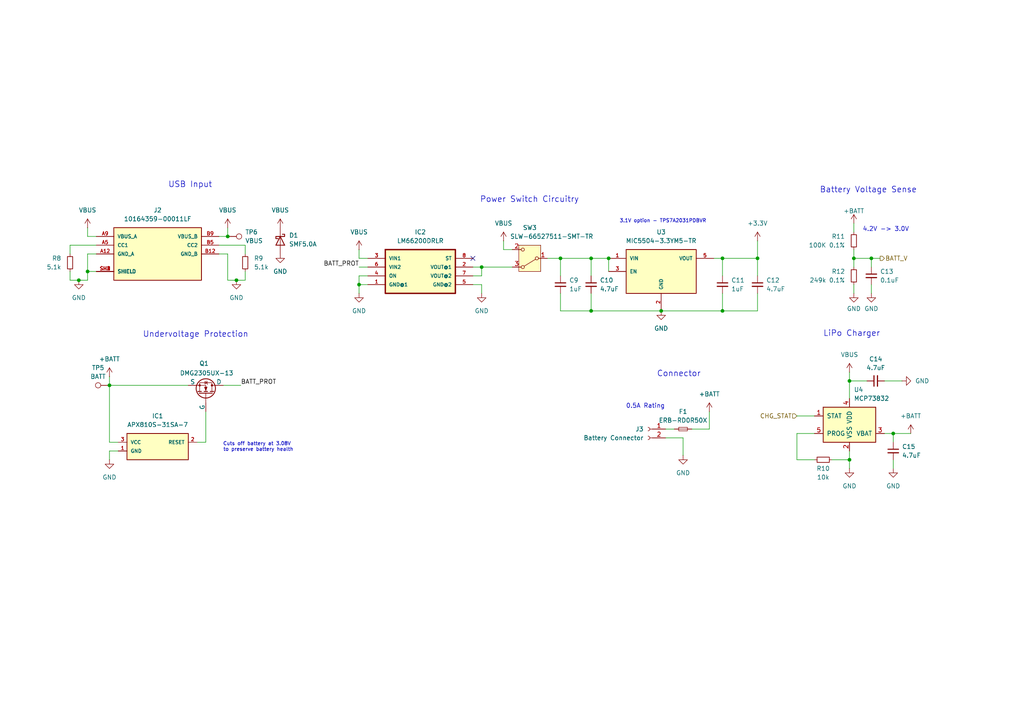
<source format=kicad_sch>
(kicad_sch (version 20231120) (generator "eeschema") (generator_version "8.0")
  (paper "A4")
  (lib_symbols
    (symbol "10164359-00011LF:10164359-00011LF" (pin_names (offset 1.016))
      (property "Reference" "J" (at -12.7 8.382 0))
      (property "Value" "10164359-00011LF" (at -12.7 -10.16 0))
      (symbol "10164359-00011LF_0_0"
        (rectangle (start -12.7 -7.62) (end 12.7 7.62) (stroke (width 0.254)) (fill (type background)))
        (pin power_in line (at -17.78 0 0) (length 5.08) (name "GND_A") (number "A12"))
        (pin bidirectional line (at -17.78 2.54 0) (length 5.08) (name "CC1") (number "A5"))
        (pin power_in line (at -17.78 5.08 0) (length 5.08) (name "VBUS_A") (number "A9"))
        (pin power_in line (at 17.78 0 180) (length 5.08) (name "GND_B") (number "B12"))
        (pin bidirectional line (at 17.78 2.54 180) (length 5.08) (name "CC2") (number "B5"))
        (pin power_in line (at 17.78 5.08 180) (length 5.08) (name "VBUS_B") (number "B9"))
        (pin passive line (at -17.78 -5.08 0) (length 5.08) (name "SHIELD") (number "SH1"))
        (pin passive line (at -17.78 -5.08 0) (length 5.08) (name "SHIELD") (number "SH2"))
        (pin passive line (at -17.78 -5.08 0) (length 5.08) (name "SHIELD") (number "SH3"))
        (pin passive line (at -17.78 -5.08 0) (length 5.08) (name "SHIELD") (number "SH4"))
      )
    )
    (symbol "APX803S-31SA-7:APX803S-31SA-7" (pin_names (offset 1.016))
      (property "Reference" "IC1" (at 8.89 5.08 0))
      (symbol "APX803S-31SA-7_0_0"
        (rectangle (start 0 -7.62) (end 17.78 0) (stroke (width 0.254)) (fill (type background)))
        (pin bidirectional line (at -2.54 -5.08 0) (length 2.54) (name "GND") (number "1"))
        (pin bidirectional line (at -2.54 -2.54 0) (length 2.54) (name "VCC") (number "3"))
      )
      (symbol "APX803S-31SA-7_1_0"
        (pin bidirectional line (at 20.32 -2.54 180) (length 2.54) (name "RESET") (number "2"))
      )
    )
    (symbol "Battery_Management:MCP73831-2-OT" (pin_names (offset 1.016))
      (property "Reference" "U?" (at 2.0194 12.7 0))
      (property "Value" "MCP73831-2-OT" (at 2.0194 7.62 0))
      (symbol "MCP73831-2-OT_0_1"
        (rectangle (start -7.62 5.08) (end 7.62 -5.08) (stroke (width 0.254)) (fill (type background)))
      )
      (symbol "MCP73831-2-OT_1_1"
        (pin output line (at -10.16 2.54 0) (length 2.54) (name "STAT") (number "1"))
        (pin power_in line (at 0 -7.62 90) (length 2.54) (name "VSS") (number "2"))
        (pin power_out line (at 10.16 -2.54 180) (length 2.54) (name "VBAT") (number "3"))
        (pin power_in line (at 0 7.62 270) (length 2.54) (name "VDD") (number "4"))
        (pin input line (at -10.16 -2.54 0) (length 2.54) (name "PROG") (number "5"))
      )
    )
    (symbol "Connector:Conn_01x02_Socket" (pin_names (offset 1.016) hide)
      (property "Reference" "J" (at 0 2.54 0))
      (property "Value" "Conn_01x02_Socket" (at 0 -5.08 0))
      (symbol "Conn_01x02_Socket_1_1"
        (arc (start 0 -2.032) (mid -0.5058 -2.54) (end 0 -3.048) (stroke (width 0.1524)))
        (polyline (pts (xy -1.27 -2.54) (xy -0.508 -2.54)) (stroke (width 0.1524)))
        (polyline (pts (xy -1.27 0) (xy -0.508 0)) (stroke (width 0.1524)))
        (arc (start 0 0.508) (mid -0.5058 0) (end 0 -0.508) (stroke (width 0.1524)))
        (pin passive line (at -5.08 0 0) (length 3.81) (name "Pin_1") (number "1"))
        (pin passive line (at -5.08 -2.54 0) (length 3.81) (name "Pin_2") (number "2"))
      )
    )
    (symbol "Connector:TestPoint" (pin_numbers hide) (pin_names (offset 0.762) hide)
      (property "Reference" "TP" (at 0 6.858 0))
      (property "Value" "TestPoint" (at 0 5.08 0))
      (symbol "TestPoint_0_1"
        (circle (center 0 3.302) (radius 0.762))
      )
      (symbol "TestPoint_1_1"
        (pin passive line (at 0 0 90) (length 2.54) (name "1") (number "1"))
      )
    )
    (symbol "Device:C_Small" (pin_numbers hide) (pin_names (offset 0.254) hide)
      (property "Reference" "C" (at 0.254 1.778 0))
      (property "Value" "C_Small" (at 0.254 -2.032 0))
      (symbol "C_Small_0_1"
        (polyline (pts (xy -1.524 -0.508) (xy 1.524 -0.508)) (stroke (width 0.3302)))
        (polyline (pts (xy -1.524 0.508) (xy 1.524 0.508)) (stroke (width 0.3048)))
      )
      (symbol "C_Small_1_1"
        (pin passive line (at 0 2.54 270) (length 2.032) (name "~") (number "1"))
        (pin passive line (at 0 -2.54 90) (length 2.032) (name "~") (number "2"))
      )
    )
    (symbol "Device:D_Schottky" (pin_numbers hide) (pin_names (offset 1.016) hide)
      (property "Reference" "D" (at 0 2.54 0))
      (property "Value" "D_Schottky" (at 0 -2.54 0))
      (symbol "D_Schottky_0_1"
        (polyline (pts (xy 1.27 0) (xy -1.27 0)))
        (polyline (pts (xy 1.27 1.27) (xy 1.27 -1.27) (xy -1.27 0) (xy 1.27 1.27)) (stroke (width 0.254)))
        (polyline (pts (xy -1.905 0.635) (xy -1.905 1.27) (xy -1.27 1.27) (xy -1.27 -1.27) (xy -0.635 -1.27) (xy -0.635 -0.635)) (stroke (width 0.254)))
      )
      (symbol "D_Schottky_1_1"
        (pin passive line (at -3.81 0 0) (length 2.54) (name "K") (number "1"))
        (pin passive line (at 3.81 0 180) (length 2.54) (name "A") (number "2"))
      )
    )
    (symbol "Device:Fuse_Small" (pin_numbers hide) (pin_names (offset 0.254) hide)
      (property "Reference" "F" (at 0 -1.524 0))
      (property "Value" "Fuse_Small" (at 0 1.524 0))
      (symbol "Fuse_Small_0_1"
        (rectangle (start -1.27 0.508) (end 1.27 -0.508))
        (polyline (pts (xy -1.27 0) (xy 1.27 0)))
      )
      (symbol "Fuse_Small_1_1"
        (pin passive line (at -2.54 0 0) (length 1.27) (name "~") (number "1"))
        (pin passive line (at 2.54 0 180) (length 1.27) (name "~") (number "2"))
      )
    )
    (symbol "Device:R_Small" (pin_numbers hide) (pin_names (offset 0.254) hide)
      (property "Reference" "R" (at 0.762 0.508 0))
      (property "Value" "R_Small" (at 0.762 -1.016 0))
      (symbol "R_Small_0_1"
        (rectangle (start -0.762 1.778) (end 0.762 -1.778) (stroke (width 0.2032)))
      )
      (symbol "R_Small_1_1"
        (pin passive line (at 0 2.54 270) (length 0.762) (name "~") (number "1"))
        (pin passive line (at 0 -2.54 90) (length 0.762) (name "~") (number "2"))
      )
    )
    (symbol "LM66200DRLR:LM66200DRLR" (pin_names (offset 1.016))
      (property "Reference" "IC2" (at 0 12.7 0))
      (property "Value" "LM66200DRLR" (at 0 10.16 0))
      (symbol "LM66200DRLR_0_0"
        (rectangle (start -10.16 -5.08) (end 10.16 7.62) (stroke (width 0.4064)) (fill (type background)))
        (pin passive line (at -15.24 -2.54 0) (length 5.08) (name "GND@1") (number "1"))
        (pin passive line (at 15.24 2.54 180) (length 5.08) (name "VOUT@1") (number "2"))
        (pin passive line (at -15.24 5.08 0) (length 5.08) (name "VIN1") (number "3"))
        (pin passive line (at -15.24 0 0) (length 5.08) (name "ON") (number "4"))
        (pin passive line (at 15.24 -2.54 180) (length 5.08) (name "GND@2") (number "5"))
        (pin passive line (at -15.24 2.54 0) (length 5.08) (name "VIN2") (number "6"))
        (pin passive line (at 15.24 0 180) (length 5.08) (name "VOUT@2") (number "7"))
        (pin passive line (at 15.24 5.08 180) (length 5.08) (name "ST") (number "8"))
      )
    )
    (symbol "MIC5365-3.3YC5-TR:MIC5365-3.3YC5-TR" (pin_names (offset 1.016))
      (property "Reference" "U3" (at 0 10.16 0))
      (property "Value" "MIC5365-3.3YC5-TR" (at 0 7.62 0))
      (symbol "MIC5365-3.3YC5-TR_0_0"
        (rectangle (start -10.16 -7.62) (end 10.16 5.08) (stroke (width 0.254)) (fill (type background)))
        (pin input line (at -15.24 2.54 0) (length 5.08) (name "VIN") (number "1"))
        (pin power_in line (at 0 -12.7 90) (length 5.08) (name "GND") (number "2"))
        (pin input line (at -15.24 -1.27 0) (length 5.08) (name "EN") (number "3"))
        (pin output line (at 15.24 2.54 180) (length 5.08) (name "VOUT") (number "5"))
      )
    )
    (symbol "Simulation_SPICE:NMOS" (pin_numbers hide) (pin_names (offset 0))
      (property "Reference" "Q" (at 5.08 1.27 0))
      (property "Value" "NMOS" (at 5.08 -1.27 0))
      (symbol "NMOS_0_1"
        (polyline (pts (xy 0.254 0) (xy -2.54 0)))
        (polyline (pts (xy 0.254 1.905) (xy 0.254 -1.905)) (stroke (width 0.254)))
        (polyline (pts (xy 0.762 -1.27) (xy 0.762 -2.286)) (stroke (width 0.254)))
        (polyline (pts (xy 0.762 0.508) (xy 0.762 -0.508)) (stroke (width 0.254)))
        (polyline (pts (xy 0.762 2.286) (xy 0.762 1.27)) (stroke (width 0.254)))
        (polyline (pts (xy 2.54 2.54) (xy 2.54 1.778)))
        (polyline (pts (xy 2.54 -2.54) (xy 2.54 0) (xy 0.762 0)))
        (polyline (pts (xy 0.762 -1.778) (xy 3.302 -1.778) (xy 3.302 1.778) (xy 0.762 1.778)))
        (polyline (pts (xy 1.016 0) (xy 2.032 0.381) (xy 2.032 -0.381) (xy 1.016 0)) (fill (type outline)))
        (polyline (pts (xy 2.794 0.508) (xy 2.921 0.381) (xy 3.683 0.381) (xy 3.81 0.254)))
        (polyline (pts (xy 3.302 0.381) (xy 2.921 -0.254) (xy 3.683 -0.254) (xy 3.302 0.381)))
        (circle (center 1.651 0) (radius 2.794) (stroke (width 0.254)))
        (circle (center 2.54 -1.778) (radius 0.254) (fill (type outline)))
        (circle (center 2.54 1.778) (radius 0.254) (fill (type outline)))
      )
      (symbol "NMOS_1_1"
        (pin passive line (at 2.54 5.08 270) (length 2.54) (name "D") (number "1"))
        (pin input line (at -5.08 0 0) (length 2.54) (name "G") (number "2"))
        (pin passive line (at 2.54 -5.08 90) (length 2.54) (name "S") (number "3"))
      )
    )
    (symbol "Switch:SW_Wuerth_450301014042" (pin_names (offset 1) hide)
      (property "Reference" "SW" (at 0 5.08 0))
      (property "Value" "SW_Wuerth_450301014042" (at 0 -5.08 0))
      (symbol "SW_Wuerth_450301014042_0_1"
        (circle (center -2.032 0) (radius 0.4572))
        (polyline (pts (xy -1.651 0.254) (xy 1.651 2.286)))
        (circle (center 2.032 -2.54) (radius 0.4572))
        (circle (center 2.032 2.54) (radius 0.4572))
      )
      (symbol "SW_Wuerth_450301014042_1_1"
        (rectangle (start -3.175 3.81) (end 3.175 -3.81) (fill (type background)))
        (pin passive line (at -5.08 0 0) (length 2.54) (name "B") (number "1"))
        (pin passive line (at 5.08 -2.54 180) (length 2.54) (name "C") (number "2"))
        (pin passive line (at 5.08 2.54 180) (length 2.54) (name "A") (number "3"))
      )
    )
    (symbol "power:+3.3V" (power) (pin_numbers hide) (pin_names (offset 0) hide)
      (property "Value" "+3.3V" (at 0 3.556 0))
      (symbol "+3.3V_0_1"
        (polyline (pts (xy -0.762 1.27) (xy 0 2.54)))
        (polyline (pts (xy 0 0) (xy 0 2.54)))
        (polyline (pts (xy 0 2.54) (xy 0.762 1.27)))
      )
      (symbol "+3.3V_1_1"
        (pin power_in line (at 0 0 90) (length 0) (name "~") (number "1"))
      )
    )
    (symbol "power:+BATT" (power) (pin_numbers hide) (pin_names (offset 0) hide)
      (property "Value" "+BATT" (at 0 3.556 0))
      (symbol "+BATT_0_1"
        (polyline (pts (xy -0.762 1.27) (xy 0 2.54)))
        (polyline (pts (xy 0 0) (xy 0 2.54)))
        (polyline (pts (xy 0 2.54) (xy 0.762 1.27)))
      )
      (symbol "+BATT_1_1"
        (pin power_in line (at 0 0 90) (length 0) (name "~") (number "1"))
      )
    )
    (symbol "power:GND" (power) (pin_numbers hide) (pin_names (offset 0) hide)
      (property "Value" "GND" (at 0 -3.81 0))
      (symbol "GND_0_1"
        (polyline (pts (xy 0 0) (xy 0 -1.27) (xy 1.27 -1.27) (xy 0 -2.54) (xy -1.27 -1.27) (xy 0 -1.27)))
      )
      (symbol "GND_1_1"
        (pin power_in line (at 0 0 270) (length 0) (name "~") (number "1"))
      )
    )
    (symbol "power:VBUS" (power) (pin_numbers hide) (pin_names (offset 0) hide)
      (property "Value" "VBUS" (at 0 3.556 0))
      (symbol "VBUS_0_1"
        (polyline (pts (xy -0.762 1.27) (xy 0 2.54)))
        (polyline (pts (xy 0 0) (xy 0 2.54)))
        (polyline (pts (xy 0 2.54) (xy 0.762 1.27)))
      )
      (symbol "VBUS_1_1"
        (pin power_in line (at 0 0 90) (length 0) (name "~") (number "1"))
      )
    )
  )
  (junction (at 171.45 74.93))
  (junction (at 209.55 90.17))
  (junction (at 259.08 125.73))
  (junction (at 171.45 90.17))
  (junction (at 25.4 78.74))
  (junction (at 219.71 74.93))
  (junction (at 68.58 81.28))
  (junction (at 162.56 74.93))
  (junction (at 246.38 133.35))
  (junction (at 209.55 74.93))
  (junction (at 191.77 90.17))
  (junction (at 31.75 111.76))
  (junction (at 22.86 81.28))
  (junction (at 104.14 82.55))
  (junction (at 66.04 68.58))
  (junction (at 139.7 77.47))
  (junction (at 176.53 74.93))
  (junction (at 252.73 74.93))
  (junction (at 247.65 74.93))
  (junction (at 246.38 110.49))
  (no_connect (at 137.16 74.93))
  (wire (pts (xy 256.54 110.49) (xy 261.62 110.49)))
  (wire (pts (xy 252.73 74.93) (xy 252.73 77.47)))
  (wire (pts (xy 137.16 77.47) (xy 139.7 77.47)))
  (wire (pts (xy 139.7 82.55) (xy 139.7 85.09)))
  (wire (pts (xy 59.69 128.27) (xy 57.15 128.27)))
  (wire (pts (xy 231.14 120.65) (xy 236.22 120.65)))
  (wire (pts (xy 20.32 71.12) (xy 20.32 73.66)))
  (wire (pts (xy 66.04 81.28) (xy 68.58 81.28)))
  (wire (pts (xy 104.14 82.55) (xy 104.14 85.09)))
  (wire (pts (xy 219.71 90.17) (xy 209.55 90.17)))
  (wire (pts (xy 252.73 82.55) (xy 252.73 85.09)))
  (wire (pts (xy 25.4 78.74) (xy 27.94 78.74)))
  (wire (pts (xy 219.71 69.85) (xy 219.71 74.93)))
  (wire (pts (xy 137.16 80.01) (xy 139.7 80.01)))
  (wire (pts (xy 246.38 110.49) (xy 251.46 110.49)))
  (wire (pts (xy 231.14 133.35) (xy 236.22 133.35)))
  (wire (pts (xy 162.56 85.09) (xy 162.56 90.17)))
  (wire (pts (xy 63.5 73.66) (xy 66.04 73.66)))
  (wire (pts (xy 22.86 81.28) (xy 25.4 81.28)))
  (wire (pts (xy 71.12 78.74) (xy 71.12 81.28)))
  (wire (pts (xy 64.77 111.76) (xy 69.85 111.76)))
  (wire (pts (xy 246.38 133.35) (xy 246.38 130.81)))
  (wire (pts (xy 162.56 74.93) (xy 162.56 80.01)))
  (wire (pts (xy 59.69 119.38) (xy 59.69 128.27)))
  (wire (pts (xy 68.58 81.28) (xy 71.12 81.28)))
  (wire (pts (xy 104.14 77.47) (xy 106.68 77.47)))
  (wire (pts (xy 259.08 135.89) (xy 259.08 133.35)))
  (wire (pts (xy 247.65 64.77) (xy 247.65 67.31)))
  (wire (pts (xy 31.75 109.22) (xy 31.75 111.76)))
  (wire (pts (xy 247.65 74.93) (xy 247.65 77.47)))
  (wire (pts (xy 246.38 110.49) (xy 246.38 115.57)))
  (wire (pts (xy 20.32 78.74) (xy 20.32 81.28)))
  (wire (pts (xy 31.75 130.81) (xy 31.75 133.35)))
  (wire (pts (xy 252.73 74.93) (xy 255.27 74.93)))
  (wire (pts (xy 27.94 68.58) (xy 25.4 68.58)))
  (wire (pts (xy 207.01 74.93) (xy 209.55 74.93)))
  (wire (pts (xy 231.14 125.73) (xy 231.14 133.35)))
  (wire (pts (xy 176.53 74.93) (xy 176.53 78.74)))
  (wire (pts (xy 209.55 90.17) (xy 191.77 90.17)))
  (wire (pts (xy 27.94 71.12) (xy 20.32 71.12)))
  (wire (pts (xy 139.7 77.47) (xy 139.7 80.01)))
  (wire (pts (xy 106.68 80.01) (xy 104.14 80.01)))
  (wire (pts (xy 246.38 133.35) (xy 246.38 135.89)))
  (wire (pts (xy 66.04 73.66) (xy 66.04 81.28)))
  (wire (pts (xy 137.16 82.55) (xy 139.7 82.55)))
  (wire (pts (xy 66.04 66.04) (xy 66.04 68.58)))
  (wire (pts (xy 241.3 133.35) (xy 246.38 133.35)))
  (wire (pts (xy 171.45 85.09) (xy 171.45 90.17)))
  (wire (pts (xy 31.75 111.76) (xy 54.61 111.76)))
  (wire (pts (xy 104.14 82.55) (xy 106.68 82.55)))
  (wire (pts (xy 200.66 124.46) (xy 205.74 124.46)))
  (wire (pts (xy 247.65 82.55) (xy 247.65 85.09)))
  (wire (pts (xy 219.71 85.09) (xy 219.71 90.17)))
  (wire (pts (xy 148.59 72.39) (xy 146.05 72.39)))
  (wire (pts (xy 31.75 128.27) (xy 34.29 128.27)))
  (wire (pts (xy 20.32 81.28) (xy 22.86 81.28)))
  (wire (pts (xy 104.14 72.39) (xy 104.14 74.93)))
  (wire (pts (xy 259.08 125.73) (xy 259.08 128.27)))
  (wire (pts (xy 209.55 85.09) (xy 209.55 90.17)))
  (wire (pts (xy 34.29 130.81) (xy 31.75 130.81)))
  (wire (pts (xy 198.12 127) (xy 198.12 132.08)))
  (wire (pts (xy 158.75 74.93) (xy 162.56 74.93)))
  (wire (pts (xy 71.12 71.12) (xy 71.12 73.66)))
  (wire (pts (xy 205.74 119.38) (xy 205.74 124.46)))
  (wire (pts (xy 162.56 74.93) (xy 171.45 74.93)))
  (wire (pts (xy 171.45 90.17) (xy 191.77 90.17)))
  (wire (pts (xy 63.5 71.12) (xy 71.12 71.12)))
  (wire (pts (xy 246.38 107.95) (xy 246.38 110.49)))
  (wire (pts (xy 106.68 74.93) (xy 104.14 74.93)))
  (wire (pts (xy 219.71 74.93) (xy 219.71 80.01)))
  (wire (pts (xy 104.14 80.01) (xy 104.14 82.55)))
  (wire (pts (xy 247.65 74.93) (xy 252.73 74.93)))
  (wire (pts (xy 146.05 69.85) (xy 146.05 72.39)))
  (wire (pts (xy 66.04 68.58) (xy 63.5 68.58)))
  (wire (pts (xy 25.4 73.66) (xy 25.4 78.74)))
  (wire (pts (xy 171.45 74.93) (xy 176.53 74.93)))
  (wire (pts (xy 209.55 74.93) (xy 219.71 74.93)))
  (wire (pts (xy 209.55 74.93) (xy 209.55 80.01)))
  (wire (pts (xy 25.4 81.28) (xy 25.4 78.74)))
  (wire (pts (xy 162.56 90.17) (xy 171.45 90.17)))
  (wire (pts (xy 139.7 77.47) (xy 148.59 77.47)))
  (wire (pts (xy 231.14 125.73) (xy 236.22 125.73)))
  (wire (pts (xy 31.75 111.76) (xy 31.75 128.27)))
  (wire (pts (xy 193.04 127) (xy 198.12 127)))
  (wire (pts (xy 193.04 124.46) (xy 195.58 124.46)))
  (wire (pts (xy 27.94 73.66) (xy 25.4 73.66)))
  (wire (pts (xy 256.54 125.73) (xy 259.08 125.73)))
  (wire (pts (xy 259.08 125.73) (xy 264.16 125.73)))
  (wire (pts (xy 247.65 72.39) (xy 247.65 74.93)))
  (wire (pts (xy 171.45 74.93) (xy 171.45 80.01)))
  (wire (pts (xy 25.4 66.04) (xy 25.4 68.58)))
  (text "0.5A Rating" (at 187.198 117.856 0) (effects (font (size 1.27 1.27))))
  (text "Power Switch Circuitry" (at 139.192 58.928 0) (effects (font (size 1.6764 1.6764)) (justify left bottom)))
  (text "USB Input\n" (at 48.768 54.61 0) (effects (font (size 1.6764 1.6764)) (justify left bottom)))
  (text "Battery Voltage Sense\n" (at 237.744 56.134 0) (effects (font (size 1.6764 1.6764)) (justify left bottom)))
  (text "Connector" (at 190.5 109.474 0) (effects (font (size 1.6764 1.6764)) (justify left bottom)))
  (text "Undervoltage Protection\n" (at 41.402 98.044 0) (effects (font (size 1.6764 1.6764)) (justify left bottom)))
  (text "4.2V -> 3.0V\n" (at 250.19 67.31 0) (effects (font (size 1.27 1.27)) (justify left bottom)))
  (text "Cuts off battery at 3.08V \nto preserve battery health" (at 74.93 131.064 0) (effects (font (size 1.016 1.016)) (justify bottom)))
  (text "3.1V option - TPS7A2031PDBVR" (at 192.278 64.77 0) (effects (font (size 1.016 1.016)) (justify bottom)))
  (text "LiPo Charger\n" (at 238.76 97.79 0) (effects (font (size 1.6764 1.6764)) (justify left bottom)))
  (label "BATT_PROT" (at 104.14 77.47 180))
  (label "BATT_PROT" (at 69.85 111.76 0))
  (hierarchical_label "CHG_STAT" (shape input) (at 231.14 120.65 180))
  (hierarchical_label "BATT_V" (shape output) (at 255.27 74.93 0))
  (symbol (lib_id "Device:R_Small") (at 71.12 76.2 180) (unit 1)
    (property "Reference" "R9" (at 73.66 74.9299 0) (effects (justify right)))
    (property "Value" "5.1k" (at 73.66 77.4699 0) (effects (justify right)))
    (property "Footprint" "Resistor_SMD:R_0603_1608Metric_Pad0.98x0.95mm_HandSolder" (effects (hide yes)))
    (property "Description" "Resistor, small symbol" (effects (hide yes)))
  )
  (symbol (lib_id "Device:C_Small") (at 252.73 80.01 0) (unit 1)
    (property "Reference" "C13" (at 255.27 78.7462 0) (effects (justify left)))
    (property "Value" "0.1uF" (at 255.27 81.2862 0) (effects (justify left)))
    (property "Footprint" "Capacitor_SMD:C_0603_1608Metric_Pad1.08x0.95mm_HandSolder" (effects (hide yes)))
    (property "Description" "Unpolarized capacitor, small symbol" (effects (hide yes)))
  )
  (symbol (lib_id "Device:R_Small") (at 247.65 80.01 0) (mirror y) (unit 1)
    (property "Reference" "R12" (at 245.11 78.7399 0) (effects (justify left)))
    (property "Value" "249k 0.1%" (at 245.11 81.2799 0) (effects (justify left)))
    (property "Footprint" "Resistor_SMD:R_0603_1608Metric_Pad0.98x0.95mm_HandSolder" (effects (hide yes)))
    (property "Description" "Resistor, small symbol" (effects (hide yes)))
  )
  (symbol (lib_id "power:GND") (at 68.58 81.28 0) (unit 1)
    (property "Reference" "#PWR032" (effects (hide yes)))
    (property "Value" "GND" (at 68.58 86.36 0))
    (property "Description" "Power symbol creates a global label with name \"GND\" , ground" (effects (hide yes)))
  )
  (symbol (lib_id "power:VBUS") (at 81.28 66.04 0) (unit 1)
    (property "Reference" "#PWR033" (effects (hide yes)))
    (property "Value" "VBUS" (at 81.28 60.96 0))
    (property "Description" "Power symbol creates a global label with name \"VBUS\"" (effects (hide yes)))
  )
  (symbol (lib_id "Device:C_Small") (at 209.55 82.55 0) (unit 1)
    (property "Reference" "C11" (at 212.09 81.2862 0) (effects (justify left)))
    (property "Value" "1uF" (at 212.09 83.8262 0) (effects (justify left)))
    (property "Footprint" "Capacitor_SMD:C_0603_1608Metric_Pad1.08x0.95mm_HandSolder" (effects (hide yes)))
    (property "Description" "Unpolarized capacitor, small symbol" (effects (hide yes)))
  )
  (symbol (lib_id "power:GND") (at 191.77 90.17 0) (unit 1)
    (property "Reference" "#PWR039" (effects (hide yes)))
    (property "Value" "GND" (at 191.77 95.25 0))
    (property "Description" "Power symbol creates a global label with name \"GND\" , ground" (effects (hide yes)))
  )
  (symbol (lib_id "Device:R_Small") (at 247.65 69.85 0) (mirror x) (unit 1)
    (property "Reference" "R11" (at 245.11 68.5799 0) (effects (justify right)))
    (property "Value" "100K 0.1%" (at 245.11 71.1199 0) (effects (justify right)))
    (property "Footprint" "Resistor_SMD:R_0603_1608Metric_Pad0.98x0.95mm_HandSolder" (effects (hide yes)))
    (property "Description" "Resistor, small symbol" (effects (hide yes)))
  )
  (symbol (lib_id "power:+BATT") (at 31.75 109.22 0) (unit 1)
    (property "Reference" "#PWR029" (effects (hide yes)))
    (property "Value" "+BATT" (at 31.75 104.14 0))
    (property "Description" "Power symbol creates a global label with name \"+BATT\"" (effects (hide yes)))
  )
  (symbol (lib_id "power:GND") (at 139.7 85.09 0) (unit 1)
    (property "Reference" "#PWR037" (effects (hide yes)))
    (property "Value" "GND" (at 139.7 90.17 0))
    (property "Description" "Power symbol creates a global label with name \"GND\" , ground" (effects (hide yes)))
  )
  (symbol (lib_id "Device:R_Small") (at 238.76 133.35 270) (mirror x) (unit 1)
    (property "Reference" "R10" (at 238.76 135.89 90))
    (property "Value" "10k" (at 238.76 138.43 90))
    (property "Footprint" "Resistor_SMD:R_0603_1608Metric_Pad0.98x0.95mm_HandSolder" (effects (hide yes)))
  )
  (symbol (lib_id "Device:D_Schottky") (at 81.28 69.85 270) (unit 1)
    (property "Reference" "D1" (at 83.82 68.2624 90) (effects (justify left)))
    (property "Value" "SMF5.0A" (at 83.82 70.8024 90) (effects (justify left)))
    (property "Footprint" "Diode_SMD:D_SOD-123" (effects (hide yes)))
    (property "Description" "Schottky diode" (effects (hide yes)))
  )
  (symbol (lib_id "Device:C_Small") (at 162.56 82.55 0) (unit 1)
    (property "Reference" "C9" (at 165.1 81.2862 0) (effects (justify left)))
    (property "Value" "1uF" (at 165.1 83.8262 0) (effects (justify left)))
    (property "Footprint" "Capacitor_SMD:C_0603_1608Metric_Pad1.08x0.95mm_HandSolder" (effects (hide yes)))
    (property "Description" "Unpolarized capacitor, small symbol" (effects (hide yes)))
  )
  (symbol (lib_id "power:GND") (at 247.65 85.09 0) (unit 1)
    (property "Reference" "#PWR046" (effects (hide yes)))
    (property "Value" "GND" (at 247.65 89.5334 0))
  )
  (symbol (lib_id "power:+3.3V") (at 219.71 69.85 0) (unit 1)
    (property "Reference" "#PWR042" (effects (hide yes)))
    (property "Value" "+3.3V" (at 219.71 64.77 0))
    (property "Description" "Power symbol creates a global label with name \"+3.3V\"" (effects (hide yes)))
  )
  (symbol (lib_id "power:GND") (at 31.75 133.35 0) (unit 1)
    (property "Reference" "#PWR030" (effects (hide yes)))
    (property "Value" "GND" (at 31.75 138.43 0))
    (property "Description" "Power symbol creates a global label with name \"GND\" , ground" (effects (hide yes)))
  )
  (symbol (lib_id "power:GND") (at 198.12 132.08 0) (mirror y) (unit 1)
    (property "Reference" "#PWR041" (effects (hide yes)))
    (property "Value" "GND" (at 198.12 137.16 0))
    (property "Description" "Power symbol creates a global label with name \"GND\" , ground" (effects (hide yes)))
  )
  (symbol (lib_id "power:GND") (at 261.62 110.49 90) (unit 1)
    (property "Reference" "#PWR049" (effects (hide yes)))
    (property "Value" "GND" (at 265.43 110.4899 90) (effects (justify right)))
  )
  (symbol (lib_id "power:GND") (at 259.08 135.89 0) (unit 1)
    (property "Reference" "#PWR048" (effects (hide yes)))
    (property "Value" "GND" (at 259.08 140.97 0))
  )
  (symbol (lib_id "Switch:SW_Wuerth_450301014042") (at 153.67 74.93 180) (unit 1)
    (property "Reference" "SW3" (at 153.67 66.04 0))
    (property "Value" "SLW-66527511-SMT-TR" (at 160.02 68.58 0))
    (property "Footprint" "bookbuddy:SW_SLW-66527511-SMT-TR" (effects (hide yes)))
    (property "Datasheet" "https://www.we-online.com/components/products/datasheet/450301014042.pdf" (effects (hide yes)))
    (property "Description" "Switch slide, single pole double throw" (effects (hide yes)))
  )
  (symbol (lib_id "power:+BATT") (at 247.65 64.77 0) (unit 1)
    (property "Reference" "#PWR045" (effects (hide yes)))
    (property "Value" "+BATT" (at 247.65 61.1942 0))
  )
  (symbol (lib_id "power:GND") (at 81.28 73.66 0) (unit 1)
    (property "Reference" "#PWR034" (effects (hide yes)))
    (property "Value" "GND" (at 81.28 78.74 0))
    (property "Description" "Power symbol creates a global label with name \"GND\" , ground" (effects (hide yes)))
  )
  (symbol (lib_id "power:VBUS") (at 104.14 72.39 0) (unit 1)
    (property "Reference" "#PWR035" (effects (hide yes)))
    (property "Value" "VBUS" (at 104.14 67.31 0))
    (property "Description" "Power symbol creates a global label with name \"VBUS\"" (effects (hide yes)))
  )
  (symbol (lib_id "Battery_Management:MCP73831-2-OT") (at 246.38 123.19 0) (unit 1)
    (property "Reference" "U4" (at 247.65 113.03 0) (effects (justify left)))
    (property "Value" "MCP73832" (at 247.65 115.57 0) (effects (justify left)))
    (property "Footprint" "Package_TO_SOT_SMD:SOT-23-5" (effects (hide yes)))
    (property "Datasheet" "http://ww1.microchip.com/downloads/en/DeviceDoc/20001984g.pdf" (effects (hide yes)))
  )
  (symbol (lib_id "Device:C_Small") (at 171.45 82.55 0) (unit 1)
    (property "Reference" "C10" (at 173.99 81.2862 0) (effects (justify left)))
    (property "Value" "4.7uF" (at 173.99 83.8262 0) (effects (justify left)))
    (property "Footprint" "Capacitor_SMD:C_0603_1608Metric_Pad1.08x0.95mm_HandSolder" (effects (hide yes)))
    (property "Description" "Unpolarized capacitor, small symbol" (effects (hide yes)))
  )
  (symbol (lib_id "power:+BATT") (at 205.74 119.38 0) (mirror y) (unit 1)
    (property "Reference" "#PWR040" (effects (hide yes)))
    (property "Value" "+BATT" (at 205.74 114.3 0))
    (property "Description" "Power symbol creates a global label with name \"+BATT\"" (effects (hide yes)))
  )
  (symbol (lib_id "Device:R_Small") (at 20.32 76.2 0) (mirror y) (unit 1)
    (property "Reference" "R8" (at 17.78 74.9299 0) (effects (justify left)))
    (property "Value" "5.1k" (at 17.78 77.4699 0) (effects (justify left)))
    (property "Footprint" "Resistor_SMD:R_0603_1608Metric_Pad0.98x0.95mm_HandSolder" (effects (hide yes)))
    (property "Description" "Resistor, small symbol" (effects (hide yes)))
  )
  (symbol (lib_id "10164359-00011LF:10164359-00011LF") (at 45.72 73.66 0) (unit 1)
    (property "Reference" "J2" (at 45.72 60.96 0))
    (property "Value" "10164359-00011LF" (at 45.72 63.5 0))
    (property "Footprint" "bookbuddy:AMPHENOL_10164359-00011LF" (effects (hide yes)))
    (property "MF" "Amphenol FCI" (effects (hide yes)))
    (property "MAXIMUM_PACKAGE_HEIGHT" "3.26 mm" (effects (hide yes)))
    (property "Package" "None" (effects (hide yes)))
    (property "Price" "None" (effects (hide yes)))
    (property "Check_prices" "https://www.snapeda.com/parts/10164359-00011LF/Amphenol/view-part/?ref=eda" (effects (hide yes)))
    (property "STANDARD" "Manufacturer Recommendations" (effects (hide yes)))
    (property "PARTREV" "A" (effects (hide yes)))
    (property "SnapEDA_Link" "https://www.snapeda.com/parts/10164359-00011LF/Amphenol/view-part/?ref=snap" (effects (hide yes)))
    (property "MP" "10164359-00011LF" (effects (hide yes)))
    (property "Description_1" "\n                        \n                            USB Type C Receptacle SMT Single Row 6Pin\n                        \n" (effects (hide yes)))
    (property "Availability" "In Stock" (effects (hide yes)))
    (property "MANUFACTURER" "Amphenol" (effects (hide yes)))
  )
  (symbol (lib_id "Connector:Conn_01x02_Socket") (at 187.96 124.46 0) (mirror y) (unit 1)
    (property "Reference" "J3" (at 186.69 124.4599 0) (effects (justify left)))
    (property "Value" "Battery Connector" (at 186.69 126.9999 0) (effects (justify left)))
    (property "Footprint" "bookbuddy:JST_S2B-PH-K-S_LF__SN_" (effects (hide yes)))
    (property "Description" "Generic connector, single row, 01x02, script generated" (effects (hide yes)))
  )
  (symbol (lib_id "power:VBUS") (at 146.05 69.85 0) (unit 1)
    (property "Reference" "#PWR038" (effects (hide yes)))
    (property "Value" "VBUS" (at 146.05 64.77 0))
    (property "Description" "Power symbol creates a global label with name \"VBUS\"" (effects (hide yes)))
  )
  (symbol (lib_id "Simulation_SPICE:NMOS") (at 59.69 114.3 270) (mirror x) (unit 1)
    (property "Reference" "Q1" (at 59.182 105.41 90))
    (property "Value" "DMG2305UX-13" (at 59.944 108.204 90))
    (property "Footprint" "Package_TO_SOT_SMD:SOT-23" (effects (hide yes)))
    (property "Datasheet" "https://ngspice.sourceforge.io/docs/ngspice-html-manual/manual.xhtml#cha_MOSFETs" (effects (hide yes)))
    (property "Description" "N-MOSFET transistor, drain/source/gate" (effects (hide yes)))
    (property "Sim.Device" "NMOS" (effects (hide yes)))
    (property "Sim.Type" "VDMOS" (effects (hide yes)))
    (property "Sim.Pins" "1=D 2=G 3=S" (effects (hide yes)))
  )
  (symbol (lib_id "power:GND") (at 252.73 85.09 0) (unit 1)
    (property "Reference" "#PWR047" (effects (hide yes)))
    (property "Value" "GND" (at 252.73 89.5334 0))
  )
  (symbol (lib_id "power:VBUS") (at 66.04 66.04 0) (unit 1)
    (property "Reference" "#PWR031" (effects (hide yes)))
    (property "Value" "VBUS" (at 66.04 60.96 0))
    (property "Description" "Power symbol creates a global label with name \"VBUS\"" (effects (hide yes)))
  )
  (symbol (lib_id "power:GND") (at 104.14 85.09 0) (unit 1)
    (property "Reference" "#PWR036" (effects (hide yes)))
    (property "Value" "GND" (at 104.14 90.17 0))
    (property "Description" "Power symbol creates a global label with name \"GND\" , ground" (effects (hide yes)))
  )
  (symbol (lib_id "Connector:TestPoint") (at 66.04 68.58 270) (unit 1)
    (property "Reference" "TP6" (at 71.12 67.3099 90) (effects (justify left)))
    (property "Value" "VBUS" (at 71.12 69.8499 90) (effects (justify left)))
    (property "Footprint" "TestPoint:TestPoint_Pad_1.0x1.0mm" (effects (hide yes)))
    (property "Description" "test point" (effects (hide yes)))
  )
  (symbol (lib_id "MIC5365-3.3YC5-TR:MIC5365-3.3YC5-TR") (at 191.77 77.47 0) (unit 1)
    (property "Reference" "U3" (at 191.77 67.31 0))
    (property "Value" "MIC5504-3.3YM5-TR" (at 191.77 69.85 0))
    (property "Footprint" "Package_TO_SOT_SMD:SOT-23-5_HandSoldering" (effects (hide yes)))
    (property "MF" "Microchip" (effects (hide yes)))
    (property "MAXIMUM_PACKAGE_HEIGHT" "1.10mm" (effects (hide yes)))
    (property "Package" "SC-70-5 Microchip" (effects (hide yes)))
    (property "Price" "None" (effects (hide yes)))
    (property "Check_prices" "https://www.snapeda.com/parts/MIC5365-3.3YC5-TR/Microchip/view-part/?ref=eda" (effects (hide yes)))
    (property "STANDARD" "IPC 7351B" (effects (hide yes)))
    (property "PARTREV" "3.1 - July 16, 2013" (effects (hide yes)))
    (property "SnapEDA_Link" "https://www.snapeda.com/parts/MIC5365-3.3YC5-TR/Microchip/view-part/?ref=snap" (effects (hide yes)))
    (property "MP" "MIC5365-3.3YC5-TR" (effects (hide yes)))
    (property "Description_1" "\n                        \n                            Linear Voltage Regulator IC Positive Fixed 1 Output  150mA SC-70-5\n                        \n" (effects (hide yes)))
    (property "Availability" "In Stock" (effects (hide yes)))
    (property "MANUFACTURER" "Micrel" (effects (hide yes)))
  )
  (symbol (lib_id "power:+BATT") (at 264.16 125.73 0) (unit 1)
    (property "Reference" "#PWR050" (effects (hide yes)))
    (property "Value" "+BATT" (at 264.16 120.65 0))
  )
  (symbol (lib_id "Connector:TestPoint") (at 31.75 111.76 90) (unit 1)
    (property "Reference" "TP5" (at 28.448 106.68 90))
    (property "Value" "BATT" (at 28.448 109.22 90))
    (property "Footprint" "TestPoint:TestPoint_Pad_1.0x1.0mm" (effects (hide yes)))
    (property "Description" "test point" (effects (hide yes)))
  )
  (symbol (lib_id "APX803S-31SA-7:APX803S-31SA-7") (at 36.83 125.73 0) (unit 1)
    (property "Reference" "IC1" (at 45.72 120.65 0))
    (property "Value" "APX810S-31SA-7" (at 45.72 123.19 0))
    (property "Footprint" "bookbuddy:SOT96P240X100-3N" (effects (hide yes)))
    (property "MF" "Diodes Inc." (effects (hide yes)))
    (property "DESCRIPTION" "IC SUPERVISOR 1 CHANNEL SOT23" (effects (hide yes)))
    (property "Package" "SOT-23-3 Diodes Inc." (effects (hide yes)))
    (property "SUPPLIER_PART_NUMBER" "APX803S-31SA-7DICT-ND" (effects (hide yes)))
    (property "Price" "None" (effects (hide yes)))
    (property "Check_prices" "https://www.snapeda.com/parts/APX803S-31SA-7/Diodes+Inc./view-part/?ref=eda" (effects (hide yes)))
    (property "VALUE" "3.08V" (effects (hide yes)))
    (property "SUPPLIER" "Digikey" (effects (hide yes)))
    (property "SnapEDA_Link" "https://www.snapeda.com/parts/APX803S-31SA-7/Diodes+Inc./view-part/?ref=snap" (effects (hide yes)))
    (property "MP" "APX803S-31SA-7" (effects (hide yes)))
    (property "FOOTPRINT" "SOT23" (effects (hide yes)))
    (property "Description_1" "\n                        \n                            Supervisor Open Drain or Open Collector 1 Channel SOT-23-3\n                        \n" (effects (hide yes)))
    (property "Availability" "In Stock" (effects (hide yes)))
    (property "MANUFACTURER_PART_NUMBER" "APX803S-31SA-7" (effects (hide yes)))
  )
  (symbol (lib_id "Device:C_Small") (at 219.71 82.55 0) (unit 1)
    (property "Reference" "C12" (at 222.25 81.2862 0) (effects (justify left)))
    (property "Value" "4.7uF" (at 222.25 83.8262 0) (effects (justify left)))
    (property "Footprint" "Capacitor_SMD:C_0603_1608Metric_Pad1.08x0.95mm_HandSolder" (effects (hide yes)))
    (property "Description" "Unpolarized capacitor, small symbol" (effects (hide yes)))
  )
  (symbol (lib_id "power:GND") (at 22.86 81.28 0) (unit 1)
    (property "Reference" "#PWR027" (effects (hide yes)))
    (property "Value" "GND" (at 22.86 86.36 0))
    (property "Description" "Power symbol creates a global label with name \"GND\" , ground" (effects (hide yes)))
  )
  (symbol (lib_id "power:GND") (at 246.38 135.89 0) (unit 1)
    (property "Reference" "#PWR044" (effects (hide yes)))
    (property "Value" "GND" (at 246.38 140.97 0))
  )
  (symbol (lib_id "Device:C_Small") (at 259.08 130.81 0) (unit 1)
    (property "Reference" "C15" (at 261.62 129.5462 0) (effects (justify left)))
    (property "Value" "4.7uF" (at 261.62 132.0862 0) (effects (justify left)))
    (property "Footprint" "Capacitor_SMD:C_0603_1608Metric_Pad1.08x0.95mm_HandSolder" (effects (hide yes)))
  )
  (symbol (lib_id "Device:C_Small") (at 254 110.49 90) (unit 1)
    (property "Reference" "C14" (at 254.0063 104.14 90))
    (property "Value" "4.7uF" (at 254.0063 106.68 90))
    (property "Footprint" "Capacitor_SMD:C_0603_1608Metric_Pad1.08x0.95mm_HandSolder" (effects (hide yes)))
  )
  (symbol (lib_id "Device:Fuse_Small") (at 198.12 124.46 0) (unit 1)
    (property "Reference" "F1" (at 198.12 119.38 0))
    (property "Value" "ERB-RD0R50X" (at 198.12 121.92 0))
    (property "Footprint" "bookbuddy:FUSC0402X49N" (effects (hide yes)))
    (property "Description" "Fuse, small symbol" (effects (hide yes)))
  )
  (symbol (lib_id "power:VBUS") (at 25.4 66.04 0) (unit 1)
    (property "Reference" "#PWR028" (effects (hide yes)))
    (property "Value" "VBUS" (at 25.4 60.96 0))
    (property "Description" "Power symbol creates a global label with name \"VBUS\"" (effects (hide yes)))
  )
  (symbol (lib_id "LM66200DRLR:LM66200DRLR") (at 121.92 80.01 0) (unit 1)
    (property "Reference" "IC2" (at 121.92 67.31 0))
    (property "Value" "LM66200DRLR" (at 121.92 69.85 0))
    (property "Footprint" "bookbuddy:SOT8" (effects (hide yes)))
    (property "MF" "Texas Instruments" (effects (hide yes)))
    (property "Description_1" "\n                        \n                            1.6-V to 5.5-V, 40-mΩ, 2.5-A, low-IQ, dual ideal diode\n                        \n" (effects (hide yes)))
    (property "Package" "None" (effects (hide yes)))
    (property "Price" "None" (effects (hide yes)))
    (property "SnapEDA_Link" "https://www.snapeda.com/parts/LM66200DRLR/Texas+Instruments/view-part/?ref=snap" (effects (hide yes)))
    (property "MP" "LM66200DRLR" (effects (hide yes)))
    (property "Availability" "In Stock" (effects (hide yes)))
    (property "Check_prices" "https://www.snapeda.com/parts/LM66200DRLR/Texas+Instruments/view-part/?ref=eda" (effects (hide yes)))
  )
  (symbol (lib_id "power:VBUS") (at 246.38 107.95 0) (unit 1)
    (property "Reference" "#PWR043" (effects (hide yes)))
    (property "Value" "VBUS" (at 246.38 102.87 0))
    (property "Description" "Power symbol creates a global label with name \"VBUS\"" (effects (hide yes)))
  )
)
</source>
